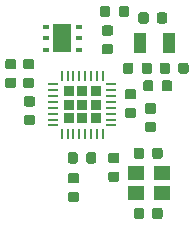
<source format=gbr>
G04 #@! TF.GenerationSoftware,KiCad,Pcbnew,6.0.0-rc1-unknown-181ce46~66~ubuntu18.04.1*
G04 #@! TF.CreationDate,2018-09-11T11:27:27+02:00*
G04 #@! TF.ProjectId,weather,776561746865722E6B696361645F7063,1.0*
G04 #@! TF.SameCoordinates,Original*
G04 #@! TF.FileFunction,Paste,Top*
G04 #@! TF.FilePolarity,Positive*
%FSLAX46Y46*%
G04 Gerber Fmt 4.6, Leading zero omitted, Abs format (unit mm)*
G04 Created by KiCad (PCBNEW 6.0.0-rc1-unknown-181ce46~66~ubuntu18.04.1) date Tue Sep 11 11:27:27 2018*
%MOMM*%
%LPD*%
G01*
G04 APERTURE LIST*
%ADD10C,0.100000*%
%ADD11C,0.875000*%
%ADD12R,1.000000X1.800000*%
%ADD13R,1.400000X1.200000*%
%ADD14R,1.500000X2.400000*%
%ADD15R,0.600000X0.400000*%
%ADD16R,0.250000X0.825000*%
%ADD17R,0.825000X0.250000*%
%ADD18R,0.920000X0.920000*%
G04 APERTURE END LIST*
D10*
G04 #@! TO.C,R3*
G36*
X111802691Y-66126053D02*
X111823926Y-66129203D01*
X111844750Y-66134419D01*
X111864962Y-66141651D01*
X111884368Y-66150830D01*
X111902781Y-66161866D01*
X111920024Y-66174654D01*
X111935930Y-66189070D01*
X111950346Y-66204976D01*
X111963134Y-66222219D01*
X111974170Y-66240632D01*
X111983349Y-66260038D01*
X111990581Y-66280250D01*
X111995797Y-66301074D01*
X111998947Y-66322309D01*
X112000000Y-66343750D01*
X112000000Y-66856250D01*
X111998947Y-66877691D01*
X111995797Y-66898926D01*
X111990581Y-66919750D01*
X111983349Y-66939962D01*
X111974170Y-66959368D01*
X111963134Y-66977781D01*
X111950346Y-66995024D01*
X111935930Y-67010930D01*
X111920024Y-67025346D01*
X111902781Y-67038134D01*
X111884368Y-67049170D01*
X111864962Y-67058349D01*
X111844750Y-67065581D01*
X111823926Y-67070797D01*
X111802691Y-67073947D01*
X111781250Y-67075000D01*
X111343750Y-67075000D01*
X111322309Y-67073947D01*
X111301074Y-67070797D01*
X111280250Y-67065581D01*
X111260038Y-67058349D01*
X111240632Y-67049170D01*
X111222219Y-67038134D01*
X111204976Y-67025346D01*
X111189070Y-67010930D01*
X111174654Y-66995024D01*
X111161866Y-66977781D01*
X111150830Y-66959368D01*
X111141651Y-66939962D01*
X111134419Y-66919750D01*
X111129203Y-66898926D01*
X111126053Y-66877691D01*
X111125000Y-66856250D01*
X111125000Y-66343750D01*
X111126053Y-66322309D01*
X111129203Y-66301074D01*
X111134419Y-66280250D01*
X111141651Y-66260038D01*
X111150830Y-66240632D01*
X111161866Y-66222219D01*
X111174654Y-66204976D01*
X111189070Y-66189070D01*
X111204976Y-66174654D01*
X111222219Y-66161866D01*
X111240632Y-66150830D01*
X111260038Y-66141651D01*
X111280250Y-66134419D01*
X111301074Y-66129203D01*
X111322309Y-66126053D01*
X111343750Y-66125000D01*
X111781250Y-66125000D01*
X111802691Y-66126053D01*
X111802691Y-66126053D01*
G37*
D11*
X111562500Y-66600000D03*
D10*
G36*
X113377691Y-66126053D02*
X113398926Y-66129203D01*
X113419750Y-66134419D01*
X113439962Y-66141651D01*
X113459368Y-66150830D01*
X113477781Y-66161866D01*
X113495024Y-66174654D01*
X113510930Y-66189070D01*
X113525346Y-66204976D01*
X113538134Y-66222219D01*
X113549170Y-66240632D01*
X113558349Y-66260038D01*
X113565581Y-66280250D01*
X113570797Y-66301074D01*
X113573947Y-66322309D01*
X113575000Y-66343750D01*
X113575000Y-66856250D01*
X113573947Y-66877691D01*
X113570797Y-66898926D01*
X113565581Y-66919750D01*
X113558349Y-66939962D01*
X113549170Y-66959368D01*
X113538134Y-66977781D01*
X113525346Y-66995024D01*
X113510930Y-67010930D01*
X113495024Y-67025346D01*
X113477781Y-67038134D01*
X113459368Y-67049170D01*
X113439962Y-67058349D01*
X113419750Y-67065581D01*
X113398926Y-67070797D01*
X113377691Y-67073947D01*
X113356250Y-67075000D01*
X112918750Y-67075000D01*
X112897309Y-67073947D01*
X112876074Y-67070797D01*
X112855250Y-67065581D01*
X112835038Y-67058349D01*
X112815632Y-67049170D01*
X112797219Y-67038134D01*
X112779976Y-67025346D01*
X112764070Y-67010930D01*
X112749654Y-66995024D01*
X112736866Y-66977781D01*
X112725830Y-66959368D01*
X112716651Y-66939962D01*
X112709419Y-66919750D01*
X112704203Y-66898926D01*
X112701053Y-66877691D01*
X112700000Y-66856250D01*
X112700000Y-66343750D01*
X112701053Y-66322309D01*
X112704203Y-66301074D01*
X112709419Y-66280250D01*
X112716651Y-66260038D01*
X112725830Y-66240632D01*
X112736866Y-66222219D01*
X112749654Y-66204976D01*
X112764070Y-66189070D01*
X112779976Y-66174654D01*
X112797219Y-66161866D01*
X112815632Y-66150830D01*
X112835038Y-66141651D01*
X112855250Y-66134419D01*
X112876074Y-66129203D01*
X112897309Y-66126053D01*
X112918750Y-66125000D01*
X113356250Y-66125000D01*
X113377691Y-66126053D01*
X113377691Y-66126053D01*
G37*
D11*
X113137500Y-66600000D03*
G04 #@! TD*
D10*
G04 #@! TO.C,D1*
G36*
X112027691Y-69351053D02*
X112048926Y-69354203D01*
X112069750Y-69359419D01*
X112089962Y-69366651D01*
X112109368Y-69375830D01*
X112127781Y-69386866D01*
X112145024Y-69399654D01*
X112160930Y-69414070D01*
X112175346Y-69429976D01*
X112188134Y-69447219D01*
X112199170Y-69465632D01*
X112208349Y-69485038D01*
X112215581Y-69505250D01*
X112220797Y-69526074D01*
X112223947Y-69547309D01*
X112225000Y-69568750D01*
X112225000Y-70006250D01*
X112223947Y-70027691D01*
X112220797Y-70048926D01*
X112215581Y-70069750D01*
X112208349Y-70089962D01*
X112199170Y-70109368D01*
X112188134Y-70127781D01*
X112175346Y-70145024D01*
X112160930Y-70160930D01*
X112145024Y-70175346D01*
X112127781Y-70188134D01*
X112109368Y-70199170D01*
X112089962Y-70208349D01*
X112069750Y-70215581D01*
X112048926Y-70220797D01*
X112027691Y-70223947D01*
X112006250Y-70225000D01*
X111493750Y-70225000D01*
X111472309Y-70223947D01*
X111451074Y-70220797D01*
X111430250Y-70215581D01*
X111410038Y-70208349D01*
X111390632Y-70199170D01*
X111372219Y-70188134D01*
X111354976Y-70175346D01*
X111339070Y-70160930D01*
X111324654Y-70145024D01*
X111311866Y-70127781D01*
X111300830Y-70109368D01*
X111291651Y-70089962D01*
X111284419Y-70069750D01*
X111279203Y-70048926D01*
X111276053Y-70027691D01*
X111275000Y-70006250D01*
X111275000Y-69568750D01*
X111276053Y-69547309D01*
X111279203Y-69526074D01*
X111284419Y-69505250D01*
X111291651Y-69485038D01*
X111300830Y-69465632D01*
X111311866Y-69447219D01*
X111324654Y-69429976D01*
X111339070Y-69414070D01*
X111354976Y-69399654D01*
X111372219Y-69386866D01*
X111390632Y-69375830D01*
X111410038Y-69366651D01*
X111430250Y-69359419D01*
X111451074Y-69354203D01*
X111472309Y-69351053D01*
X111493750Y-69350000D01*
X112006250Y-69350000D01*
X112027691Y-69351053D01*
X112027691Y-69351053D01*
G37*
D11*
X111750000Y-69787500D03*
D10*
G36*
X112027691Y-67776053D02*
X112048926Y-67779203D01*
X112069750Y-67784419D01*
X112089962Y-67791651D01*
X112109368Y-67800830D01*
X112127781Y-67811866D01*
X112145024Y-67824654D01*
X112160930Y-67839070D01*
X112175346Y-67854976D01*
X112188134Y-67872219D01*
X112199170Y-67890632D01*
X112208349Y-67910038D01*
X112215581Y-67930250D01*
X112220797Y-67951074D01*
X112223947Y-67972309D01*
X112225000Y-67993750D01*
X112225000Y-68431250D01*
X112223947Y-68452691D01*
X112220797Y-68473926D01*
X112215581Y-68494750D01*
X112208349Y-68514962D01*
X112199170Y-68534368D01*
X112188134Y-68552781D01*
X112175346Y-68570024D01*
X112160930Y-68585930D01*
X112145024Y-68600346D01*
X112127781Y-68613134D01*
X112109368Y-68624170D01*
X112089962Y-68633349D01*
X112069750Y-68640581D01*
X112048926Y-68645797D01*
X112027691Y-68648947D01*
X112006250Y-68650000D01*
X111493750Y-68650000D01*
X111472309Y-68648947D01*
X111451074Y-68645797D01*
X111430250Y-68640581D01*
X111410038Y-68633349D01*
X111390632Y-68624170D01*
X111372219Y-68613134D01*
X111354976Y-68600346D01*
X111339070Y-68585930D01*
X111324654Y-68570024D01*
X111311866Y-68552781D01*
X111300830Y-68534368D01*
X111291651Y-68514962D01*
X111284419Y-68494750D01*
X111279203Y-68473926D01*
X111276053Y-68452691D01*
X111275000Y-68431250D01*
X111275000Y-67993750D01*
X111276053Y-67972309D01*
X111279203Y-67951074D01*
X111284419Y-67930250D01*
X111291651Y-67910038D01*
X111300830Y-67890632D01*
X111311866Y-67872219D01*
X111324654Y-67854976D01*
X111339070Y-67839070D01*
X111354976Y-67824654D01*
X111372219Y-67811866D01*
X111390632Y-67800830D01*
X111410038Y-67791651D01*
X111430250Y-67784419D01*
X111451074Y-67779203D01*
X111472309Y-67776053D01*
X111493750Y-67775000D01*
X112006250Y-67775000D01*
X112027691Y-67776053D01*
X112027691Y-67776053D01*
G37*
D11*
X111750000Y-68212500D03*
G04 #@! TD*
D10*
G04 #@! TO.C,C10*
G36*
X117027691Y-72426053D02*
X117048926Y-72429203D01*
X117069750Y-72434419D01*
X117089962Y-72441651D01*
X117109368Y-72450830D01*
X117127781Y-72461866D01*
X117145024Y-72474654D01*
X117160930Y-72489070D01*
X117175346Y-72504976D01*
X117188134Y-72522219D01*
X117199170Y-72540632D01*
X117208349Y-72560038D01*
X117215581Y-72580250D01*
X117220797Y-72601074D01*
X117223947Y-72622309D01*
X117225000Y-72643750D01*
X117225000Y-73156250D01*
X117223947Y-73177691D01*
X117220797Y-73198926D01*
X117215581Y-73219750D01*
X117208349Y-73239962D01*
X117199170Y-73259368D01*
X117188134Y-73277781D01*
X117175346Y-73295024D01*
X117160930Y-73310930D01*
X117145024Y-73325346D01*
X117127781Y-73338134D01*
X117109368Y-73349170D01*
X117089962Y-73358349D01*
X117069750Y-73365581D01*
X117048926Y-73370797D01*
X117027691Y-73373947D01*
X117006250Y-73375000D01*
X116568750Y-73375000D01*
X116547309Y-73373947D01*
X116526074Y-73370797D01*
X116505250Y-73365581D01*
X116485038Y-73358349D01*
X116465632Y-73349170D01*
X116447219Y-73338134D01*
X116429976Y-73325346D01*
X116414070Y-73310930D01*
X116399654Y-73295024D01*
X116386866Y-73277781D01*
X116375830Y-73259368D01*
X116366651Y-73239962D01*
X116359419Y-73219750D01*
X116354203Y-73198926D01*
X116351053Y-73177691D01*
X116350000Y-73156250D01*
X116350000Y-72643750D01*
X116351053Y-72622309D01*
X116354203Y-72601074D01*
X116359419Y-72580250D01*
X116366651Y-72560038D01*
X116375830Y-72540632D01*
X116386866Y-72522219D01*
X116399654Y-72504976D01*
X116414070Y-72489070D01*
X116429976Y-72474654D01*
X116447219Y-72461866D01*
X116465632Y-72450830D01*
X116485038Y-72441651D01*
X116505250Y-72434419D01*
X116526074Y-72429203D01*
X116547309Y-72426053D01*
X116568750Y-72425000D01*
X117006250Y-72425000D01*
X117027691Y-72426053D01*
X117027691Y-72426053D01*
G37*
D11*
X116787500Y-72900000D03*
D10*
G36*
X115452691Y-72426053D02*
X115473926Y-72429203D01*
X115494750Y-72434419D01*
X115514962Y-72441651D01*
X115534368Y-72450830D01*
X115552781Y-72461866D01*
X115570024Y-72474654D01*
X115585930Y-72489070D01*
X115600346Y-72504976D01*
X115613134Y-72522219D01*
X115624170Y-72540632D01*
X115633349Y-72560038D01*
X115640581Y-72580250D01*
X115645797Y-72601074D01*
X115648947Y-72622309D01*
X115650000Y-72643750D01*
X115650000Y-73156250D01*
X115648947Y-73177691D01*
X115645797Y-73198926D01*
X115640581Y-73219750D01*
X115633349Y-73239962D01*
X115624170Y-73259368D01*
X115613134Y-73277781D01*
X115600346Y-73295024D01*
X115585930Y-73310930D01*
X115570024Y-73325346D01*
X115552781Y-73338134D01*
X115534368Y-73349170D01*
X115514962Y-73358349D01*
X115494750Y-73365581D01*
X115473926Y-73370797D01*
X115452691Y-73373947D01*
X115431250Y-73375000D01*
X114993750Y-73375000D01*
X114972309Y-73373947D01*
X114951074Y-73370797D01*
X114930250Y-73365581D01*
X114910038Y-73358349D01*
X114890632Y-73349170D01*
X114872219Y-73338134D01*
X114854976Y-73325346D01*
X114839070Y-73310930D01*
X114824654Y-73295024D01*
X114811866Y-73277781D01*
X114800830Y-73259368D01*
X114791651Y-73239962D01*
X114784419Y-73219750D01*
X114779203Y-73198926D01*
X114776053Y-73177691D01*
X114775000Y-73156250D01*
X114775000Y-72643750D01*
X114776053Y-72622309D01*
X114779203Y-72601074D01*
X114784419Y-72580250D01*
X114791651Y-72560038D01*
X114800830Y-72540632D01*
X114811866Y-72522219D01*
X114824654Y-72504976D01*
X114839070Y-72489070D01*
X114854976Y-72474654D01*
X114872219Y-72461866D01*
X114890632Y-72450830D01*
X114910038Y-72441651D01*
X114930250Y-72434419D01*
X114951074Y-72429203D01*
X114972309Y-72426053D01*
X114993750Y-72425000D01*
X115431250Y-72425000D01*
X115452691Y-72426053D01*
X115452691Y-72426053D01*
G37*
D11*
X115212500Y-72900000D03*
G04 #@! TD*
D10*
G04 #@! TO.C,C11*
G36*
X105427691Y-73776053D02*
X105448926Y-73779203D01*
X105469750Y-73784419D01*
X105489962Y-73791651D01*
X105509368Y-73800830D01*
X105527781Y-73811866D01*
X105545024Y-73824654D01*
X105560930Y-73839070D01*
X105575346Y-73854976D01*
X105588134Y-73872219D01*
X105599170Y-73890632D01*
X105608349Y-73910038D01*
X105615581Y-73930250D01*
X105620797Y-73951074D01*
X105623947Y-73972309D01*
X105625000Y-73993750D01*
X105625000Y-74431250D01*
X105623947Y-74452691D01*
X105620797Y-74473926D01*
X105615581Y-74494750D01*
X105608349Y-74514962D01*
X105599170Y-74534368D01*
X105588134Y-74552781D01*
X105575346Y-74570024D01*
X105560930Y-74585930D01*
X105545024Y-74600346D01*
X105527781Y-74613134D01*
X105509368Y-74624170D01*
X105489962Y-74633349D01*
X105469750Y-74640581D01*
X105448926Y-74645797D01*
X105427691Y-74648947D01*
X105406250Y-74650000D01*
X104893750Y-74650000D01*
X104872309Y-74648947D01*
X104851074Y-74645797D01*
X104830250Y-74640581D01*
X104810038Y-74633349D01*
X104790632Y-74624170D01*
X104772219Y-74613134D01*
X104754976Y-74600346D01*
X104739070Y-74585930D01*
X104724654Y-74570024D01*
X104711866Y-74552781D01*
X104700830Y-74534368D01*
X104691651Y-74514962D01*
X104684419Y-74494750D01*
X104679203Y-74473926D01*
X104676053Y-74452691D01*
X104675000Y-74431250D01*
X104675000Y-73993750D01*
X104676053Y-73972309D01*
X104679203Y-73951074D01*
X104684419Y-73930250D01*
X104691651Y-73910038D01*
X104700830Y-73890632D01*
X104711866Y-73872219D01*
X104724654Y-73854976D01*
X104739070Y-73839070D01*
X104754976Y-73824654D01*
X104772219Y-73811866D01*
X104790632Y-73800830D01*
X104810038Y-73791651D01*
X104830250Y-73784419D01*
X104851074Y-73779203D01*
X104872309Y-73776053D01*
X104893750Y-73775000D01*
X105406250Y-73775000D01*
X105427691Y-73776053D01*
X105427691Y-73776053D01*
G37*
D11*
X105150000Y-74212500D03*
D10*
G36*
X105427691Y-75351053D02*
X105448926Y-75354203D01*
X105469750Y-75359419D01*
X105489962Y-75366651D01*
X105509368Y-75375830D01*
X105527781Y-75386866D01*
X105545024Y-75399654D01*
X105560930Y-75414070D01*
X105575346Y-75429976D01*
X105588134Y-75447219D01*
X105599170Y-75465632D01*
X105608349Y-75485038D01*
X105615581Y-75505250D01*
X105620797Y-75526074D01*
X105623947Y-75547309D01*
X105625000Y-75568750D01*
X105625000Y-76006250D01*
X105623947Y-76027691D01*
X105620797Y-76048926D01*
X105615581Y-76069750D01*
X105608349Y-76089962D01*
X105599170Y-76109368D01*
X105588134Y-76127781D01*
X105575346Y-76145024D01*
X105560930Y-76160930D01*
X105545024Y-76175346D01*
X105527781Y-76188134D01*
X105509368Y-76199170D01*
X105489962Y-76208349D01*
X105469750Y-76215581D01*
X105448926Y-76220797D01*
X105427691Y-76223947D01*
X105406250Y-76225000D01*
X104893750Y-76225000D01*
X104872309Y-76223947D01*
X104851074Y-76220797D01*
X104830250Y-76215581D01*
X104810038Y-76208349D01*
X104790632Y-76199170D01*
X104772219Y-76188134D01*
X104754976Y-76175346D01*
X104739070Y-76160930D01*
X104724654Y-76145024D01*
X104711866Y-76127781D01*
X104700830Y-76109368D01*
X104691651Y-76089962D01*
X104684419Y-76069750D01*
X104679203Y-76048926D01*
X104676053Y-76027691D01*
X104675000Y-76006250D01*
X104675000Y-75568750D01*
X104676053Y-75547309D01*
X104679203Y-75526074D01*
X104684419Y-75505250D01*
X104691651Y-75485038D01*
X104700830Y-75465632D01*
X104711866Y-75447219D01*
X104724654Y-75429976D01*
X104739070Y-75414070D01*
X104754976Y-75399654D01*
X104772219Y-75386866D01*
X104790632Y-75375830D01*
X104810038Y-75366651D01*
X104830250Y-75359419D01*
X104851074Y-75354203D01*
X104872309Y-75351053D01*
X104893750Y-75350000D01*
X105406250Y-75350000D01*
X105427691Y-75351053D01*
X105427691Y-75351053D01*
G37*
D11*
X105150000Y-75787500D03*
G04 #@! TD*
D12*
G04 #@! TO.C,Y2*
X114500000Y-69300000D03*
X117000000Y-69300000D03*
G04 #@! TD*
D13*
G04 #@! TO.C,Y1*
X114200000Y-81950000D03*
X116400000Y-81950000D03*
X116400000Y-80250000D03*
X114200000Y-80250000D03*
G04 #@! TD*
D10*
G04 #@! TO.C,C8*
G36*
X116852691Y-70926053D02*
X116873926Y-70929203D01*
X116894750Y-70934419D01*
X116914962Y-70941651D01*
X116934368Y-70950830D01*
X116952781Y-70961866D01*
X116970024Y-70974654D01*
X116985930Y-70989070D01*
X117000346Y-71004976D01*
X117013134Y-71022219D01*
X117024170Y-71040632D01*
X117033349Y-71060038D01*
X117040581Y-71080250D01*
X117045797Y-71101074D01*
X117048947Y-71122309D01*
X117050000Y-71143750D01*
X117050000Y-71656250D01*
X117048947Y-71677691D01*
X117045797Y-71698926D01*
X117040581Y-71719750D01*
X117033349Y-71739962D01*
X117024170Y-71759368D01*
X117013134Y-71777781D01*
X117000346Y-71795024D01*
X116985930Y-71810930D01*
X116970024Y-71825346D01*
X116952781Y-71838134D01*
X116934368Y-71849170D01*
X116914962Y-71858349D01*
X116894750Y-71865581D01*
X116873926Y-71870797D01*
X116852691Y-71873947D01*
X116831250Y-71875000D01*
X116393750Y-71875000D01*
X116372309Y-71873947D01*
X116351074Y-71870797D01*
X116330250Y-71865581D01*
X116310038Y-71858349D01*
X116290632Y-71849170D01*
X116272219Y-71838134D01*
X116254976Y-71825346D01*
X116239070Y-71810930D01*
X116224654Y-71795024D01*
X116211866Y-71777781D01*
X116200830Y-71759368D01*
X116191651Y-71739962D01*
X116184419Y-71719750D01*
X116179203Y-71698926D01*
X116176053Y-71677691D01*
X116175000Y-71656250D01*
X116175000Y-71143750D01*
X116176053Y-71122309D01*
X116179203Y-71101074D01*
X116184419Y-71080250D01*
X116191651Y-71060038D01*
X116200830Y-71040632D01*
X116211866Y-71022219D01*
X116224654Y-71004976D01*
X116239070Y-70989070D01*
X116254976Y-70974654D01*
X116272219Y-70961866D01*
X116290632Y-70950830D01*
X116310038Y-70941651D01*
X116330250Y-70934419D01*
X116351074Y-70929203D01*
X116372309Y-70926053D01*
X116393750Y-70925000D01*
X116831250Y-70925000D01*
X116852691Y-70926053D01*
X116852691Y-70926053D01*
G37*
D11*
X116612500Y-71400000D03*
D10*
G36*
X118427691Y-70926053D02*
X118448926Y-70929203D01*
X118469750Y-70934419D01*
X118489962Y-70941651D01*
X118509368Y-70950830D01*
X118527781Y-70961866D01*
X118545024Y-70974654D01*
X118560930Y-70989070D01*
X118575346Y-71004976D01*
X118588134Y-71022219D01*
X118599170Y-71040632D01*
X118608349Y-71060038D01*
X118615581Y-71080250D01*
X118620797Y-71101074D01*
X118623947Y-71122309D01*
X118625000Y-71143750D01*
X118625000Y-71656250D01*
X118623947Y-71677691D01*
X118620797Y-71698926D01*
X118615581Y-71719750D01*
X118608349Y-71739962D01*
X118599170Y-71759368D01*
X118588134Y-71777781D01*
X118575346Y-71795024D01*
X118560930Y-71810930D01*
X118545024Y-71825346D01*
X118527781Y-71838134D01*
X118509368Y-71849170D01*
X118489962Y-71858349D01*
X118469750Y-71865581D01*
X118448926Y-71870797D01*
X118427691Y-71873947D01*
X118406250Y-71875000D01*
X117968750Y-71875000D01*
X117947309Y-71873947D01*
X117926074Y-71870797D01*
X117905250Y-71865581D01*
X117885038Y-71858349D01*
X117865632Y-71849170D01*
X117847219Y-71838134D01*
X117829976Y-71825346D01*
X117814070Y-71810930D01*
X117799654Y-71795024D01*
X117786866Y-71777781D01*
X117775830Y-71759368D01*
X117766651Y-71739962D01*
X117759419Y-71719750D01*
X117754203Y-71698926D01*
X117751053Y-71677691D01*
X117750000Y-71656250D01*
X117750000Y-71143750D01*
X117751053Y-71122309D01*
X117754203Y-71101074D01*
X117759419Y-71080250D01*
X117766651Y-71060038D01*
X117775830Y-71040632D01*
X117786866Y-71022219D01*
X117799654Y-71004976D01*
X117814070Y-70989070D01*
X117829976Y-70974654D01*
X117847219Y-70961866D01*
X117865632Y-70950830D01*
X117885038Y-70941651D01*
X117905250Y-70934419D01*
X117926074Y-70929203D01*
X117947309Y-70926053D01*
X117968750Y-70925000D01*
X118406250Y-70925000D01*
X118427691Y-70926053D01*
X118427691Y-70926053D01*
G37*
D11*
X118187500Y-71400000D03*
G04 #@! TD*
D10*
G04 #@! TO.C,C9*
G36*
X116627691Y-66676053D02*
X116648926Y-66679203D01*
X116669750Y-66684419D01*
X116689962Y-66691651D01*
X116709368Y-66700830D01*
X116727781Y-66711866D01*
X116745024Y-66724654D01*
X116760930Y-66739070D01*
X116775346Y-66754976D01*
X116788134Y-66772219D01*
X116799170Y-66790632D01*
X116808349Y-66810038D01*
X116815581Y-66830250D01*
X116820797Y-66851074D01*
X116823947Y-66872309D01*
X116825000Y-66893750D01*
X116825000Y-67406250D01*
X116823947Y-67427691D01*
X116820797Y-67448926D01*
X116815581Y-67469750D01*
X116808349Y-67489962D01*
X116799170Y-67509368D01*
X116788134Y-67527781D01*
X116775346Y-67545024D01*
X116760930Y-67560930D01*
X116745024Y-67575346D01*
X116727781Y-67588134D01*
X116709368Y-67599170D01*
X116689962Y-67608349D01*
X116669750Y-67615581D01*
X116648926Y-67620797D01*
X116627691Y-67623947D01*
X116606250Y-67625000D01*
X116168750Y-67625000D01*
X116147309Y-67623947D01*
X116126074Y-67620797D01*
X116105250Y-67615581D01*
X116085038Y-67608349D01*
X116065632Y-67599170D01*
X116047219Y-67588134D01*
X116029976Y-67575346D01*
X116014070Y-67560930D01*
X115999654Y-67545024D01*
X115986866Y-67527781D01*
X115975830Y-67509368D01*
X115966651Y-67489962D01*
X115959419Y-67469750D01*
X115954203Y-67448926D01*
X115951053Y-67427691D01*
X115950000Y-67406250D01*
X115950000Y-66893750D01*
X115951053Y-66872309D01*
X115954203Y-66851074D01*
X115959419Y-66830250D01*
X115966651Y-66810038D01*
X115975830Y-66790632D01*
X115986866Y-66772219D01*
X115999654Y-66754976D01*
X116014070Y-66739070D01*
X116029976Y-66724654D01*
X116047219Y-66711866D01*
X116065632Y-66700830D01*
X116085038Y-66691651D01*
X116105250Y-66684419D01*
X116126074Y-66679203D01*
X116147309Y-66676053D01*
X116168750Y-66675000D01*
X116606250Y-66675000D01*
X116627691Y-66676053D01*
X116627691Y-66676053D01*
G37*
D11*
X116387500Y-67150000D03*
D10*
G36*
X115052691Y-66676053D02*
X115073926Y-66679203D01*
X115094750Y-66684419D01*
X115114962Y-66691651D01*
X115134368Y-66700830D01*
X115152781Y-66711866D01*
X115170024Y-66724654D01*
X115185930Y-66739070D01*
X115200346Y-66754976D01*
X115213134Y-66772219D01*
X115224170Y-66790632D01*
X115233349Y-66810038D01*
X115240581Y-66830250D01*
X115245797Y-66851074D01*
X115248947Y-66872309D01*
X115250000Y-66893750D01*
X115250000Y-67406250D01*
X115248947Y-67427691D01*
X115245797Y-67448926D01*
X115240581Y-67469750D01*
X115233349Y-67489962D01*
X115224170Y-67509368D01*
X115213134Y-67527781D01*
X115200346Y-67545024D01*
X115185930Y-67560930D01*
X115170024Y-67575346D01*
X115152781Y-67588134D01*
X115134368Y-67599170D01*
X115114962Y-67608349D01*
X115094750Y-67615581D01*
X115073926Y-67620797D01*
X115052691Y-67623947D01*
X115031250Y-67625000D01*
X114593750Y-67625000D01*
X114572309Y-67623947D01*
X114551074Y-67620797D01*
X114530250Y-67615581D01*
X114510038Y-67608349D01*
X114490632Y-67599170D01*
X114472219Y-67588134D01*
X114454976Y-67575346D01*
X114439070Y-67560930D01*
X114424654Y-67545024D01*
X114411866Y-67527781D01*
X114400830Y-67509368D01*
X114391651Y-67489962D01*
X114384419Y-67469750D01*
X114379203Y-67448926D01*
X114376053Y-67427691D01*
X114375000Y-67406250D01*
X114375000Y-66893750D01*
X114376053Y-66872309D01*
X114379203Y-66851074D01*
X114384419Y-66830250D01*
X114391651Y-66810038D01*
X114400830Y-66790632D01*
X114411866Y-66772219D01*
X114424654Y-66754976D01*
X114439070Y-66739070D01*
X114454976Y-66724654D01*
X114472219Y-66711866D01*
X114490632Y-66700830D01*
X114510038Y-66691651D01*
X114530250Y-66684419D01*
X114551074Y-66679203D01*
X114572309Y-66676053D01*
X114593750Y-66675000D01*
X115031250Y-66675000D01*
X115052691Y-66676053D01*
X115052691Y-66676053D01*
G37*
D11*
X114812500Y-67150000D03*
G04 #@! TD*
D14*
G04 #@! TO.C,U2*
X107950000Y-68875000D03*
D15*
X109350000Y-69825000D03*
X109350000Y-68875000D03*
X109350000Y-67925000D03*
X106550000Y-67925000D03*
X106550000Y-68875000D03*
X106550000Y-69825000D03*
G04 #@! TD*
D10*
G04 #@! TO.C,R1*
G36*
X103852691Y-70626053D02*
X103873926Y-70629203D01*
X103894750Y-70634419D01*
X103914962Y-70641651D01*
X103934368Y-70650830D01*
X103952781Y-70661866D01*
X103970024Y-70674654D01*
X103985930Y-70689070D01*
X104000346Y-70704976D01*
X104013134Y-70722219D01*
X104024170Y-70740632D01*
X104033349Y-70760038D01*
X104040581Y-70780250D01*
X104045797Y-70801074D01*
X104048947Y-70822309D01*
X104050000Y-70843750D01*
X104050000Y-71281250D01*
X104048947Y-71302691D01*
X104045797Y-71323926D01*
X104040581Y-71344750D01*
X104033349Y-71364962D01*
X104024170Y-71384368D01*
X104013134Y-71402781D01*
X104000346Y-71420024D01*
X103985930Y-71435930D01*
X103970024Y-71450346D01*
X103952781Y-71463134D01*
X103934368Y-71474170D01*
X103914962Y-71483349D01*
X103894750Y-71490581D01*
X103873926Y-71495797D01*
X103852691Y-71498947D01*
X103831250Y-71500000D01*
X103318750Y-71500000D01*
X103297309Y-71498947D01*
X103276074Y-71495797D01*
X103255250Y-71490581D01*
X103235038Y-71483349D01*
X103215632Y-71474170D01*
X103197219Y-71463134D01*
X103179976Y-71450346D01*
X103164070Y-71435930D01*
X103149654Y-71420024D01*
X103136866Y-71402781D01*
X103125830Y-71384368D01*
X103116651Y-71364962D01*
X103109419Y-71344750D01*
X103104203Y-71323926D01*
X103101053Y-71302691D01*
X103100000Y-71281250D01*
X103100000Y-70843750D01*
X103101053Y-70822309D01*
X103104203Y-70801074D01*
X103109419Y-70780250D01*
X103116651Y-70760038D01*
X103125830Y-70740632D01*
X103136866Y-70722219D01*
X103149654Y-70704976D01*
X103164070Y-70689070D01*
X103179976Y-70674654D01*
X103197219Y-70661866D01*
X103215632Y-70650830D01*
X103235038Y-70641651D01*
X103255250Y-70634419D01*
X103276074Y-70629203D01*
X103297309Y-70626053D01*
X103318750Y-70625000D01*
X103831250Y-70625000D01*
X103852691Y-70626053D01*
X103852691Y-70626053D01*
G37*
D11*
X103575000Y-71062500D03*
D10*
G36*
X103852691Y-72201053D02*
X103873926Y-72204203D01*
X103894750Y-72209419D01*
X103914962Y-72216651D01*
X103934368Y-72225830D01*
X103952781Y-72236866D01*
X103970024Y-72249654D01*
X103985930Y-72264070D01*
X104000346Y-72279976D01*
X104013134Y-72297219D01*
X104024170Y-72315632D01*
X104033349Y-72335038D01*
X104040581Y-72355250D01*
X104045797Y-72376074D01*
X104048947Y-72397309D01*
X104050000Y-72418750D01*
X104050000Y-72856250D01*
X104048947Y-72877691D01*
X104045797Y-72898926D01*
X104040581Y-72919750D01*
X104033349Y-72939962D01*
X104024170Y-72959368D01*
X104013134Y-72977781D01*
X104000346Y-72995024D01*
X103985930Y-73010930D01*
X103970024Y-73025346D01*
X103952781Y-73038134D01*
X103934368Y-73049170D01*
X103914962Y-73058349D01*
X103894750Y-73065581D01*
X103873926Y-73070797D01*
X103852691Y-73073947D01*
X103831250Y-73075000D01*
X103318750Y-73075000D01*
X103297309Y-73073947D01*
X103276074Y-73070797D01*
X103255250Y-73065581D01*
X103235038Y-73058349D01*
X103215632Y-73049170D01*
X103197219Y-73038134D01*
X103179976Y-73025346D01*
X103164070Y-73010930D01*
X103149654Y-72995024D01*
X103136866Y-72977781D01*
X103125830Y-72959368D01*
X103116651Y-72939962D01*
X103109419Y-72919750D01*
X103104203Y-72898926D01*
X103101053Y-72877691D01*
X103100000Y-72856250D01*
X103100000Y-72418750D01*
X103101053Y-72397309D01*
X103104203Y-72376074D01*
X103109419Y-72355250D01*
X103116651Y-72335038D01*
X103125830Y-72315632D01*
X103136866Y-72297219D01*
X103149654Y-72279976D01*
X103164070Y-72264070D01*
X103179976Y-72249654D01*
X103197219Y-72236866D01*
X103215632Y-72225830D01*
X103235038Y-72216651D01*
X103255250Y-72209419D01*
X103276074Y-72204203D01*
X103297309Y-72201053D01*
X103318750Y-72200000D01*
X103831250Y-72200000D01*
X103852691Y-72201053D01*
X103852691Y-72201053D01*
G37*
D11*
X103575000Y-72637500D03*
G04 #@! TD*
D10*
G04 #@! TO.C,R2*
G36*
X105352691Y-72201053D02*
X105373926Y-72204203D01*
X105394750Y-72209419D01*
X105414962Y-72216651D01*
X105434368Y-72225830D01*
X105452781Y-72236866D01*
X105470024Y-72249654D01*
X105485930Y-72264070D01*
X105500346Y-72279976D01*
X105513134Y-72297219D01*
X105524170Y-72315632D01*
X105533349Y-72335038D01*
X105540581Y-72355250D01*
X105545797Y-72376074D01*
X105548947Y-72397309D01*
X105550000Y-72418750D01*
X105550000Y-72856250D01*
X105548947Y-72877691D01*
X105545797Y-72898926D01*
X105540581Y-72919750D01*
X105533349Y-72939962D01*
X105524170Y-72959368D01*
X105513134Y-72977781D01*
X105500346Y-72995024D01*
X105485930Y-73010930D01*
X105470024Y-73025346D01*
X105452781Y-73038134D01*
X105434368Y-73049170D01*
X105414962Y-73058349D01*
X105394750Y-73065581D01*
X105373926Y-73070797D01*
X105352691Y-73073947D01*
X105331250Y-73075000D01*
X104818750Y-73075000D01*
X104797309Y-73073947D01*
X104776074Y-73070797D01*
X104755250Y-73065581D01*
X104735038Y-73058349D01*
X104715632Y-73049170D01*
X104697219Y-73038134D01*
X104679976Y-73025346D01*
X104664070Y-73010930D01*
X104649654Y-72995024D01*
X104636866Y-72977781D01*
X104625830Y-72959368D01*
X104616651Y-72939962D01*
X104609419Y-72919750D01*
X104604203Y-72898926D01*
X104601053Y-72877691D01*
X104600000Y-72856250D01*
X104600000Y-72418750D01*
X104601053Y-72397309D01*
X104604203Y-72376074D01*
X104609419Y-72355250D01*
X104616651Y-72335038D01*
X104625830Y-72315632D01*
X104636866Y-72297219D01*
X104649654Y-72279976D01*
X104664070Y-72264070D01*
X104679976Y-72249654D01*
X104697219Y-72236866D01*
X104715632Y-72225830D01*
X104735038Y-72216651D01*
X104755250Y-72209419D01*
X104776074Y-72204203D01*
X104797309Y-72201053D01*
X104818750Y-72200000D01*
X105331250Y-72200000D01*
X105352691Y-72201053D01*
X105352691Y-72201053D01*
G37*
D11*
X105075000Y-72637500D03*
D10*
G36*
X105352691Y-70626053D02*
X105373926Y-70629203D01*
X105394750Y-70634419D01*
X105414962Y-70641651D01*
X105434368Y-70650830D01*
X105452781Y-70661866D01*
X105470024Y-70674654D01*
X105485930Y-70689070D01*
X105500346Y-70704976D01*
X105513134Y-70722219D01*
X105524170Y-70740632D01*
X105533349Y-70760038D01*
X105540581Y-70780250D01*
X105545797Y-70801074D01*
X105548947Y-70822309D01*
X105550000Y-70843750D01*
X105550000Y-71281250D01*
X105548947Y-71302691D01*
X105545797Y-71323926D01*
X105540581Y-71344750D01*
X105533349Y-71364962D01*
X105524170Y-71384368D01*
X105513134Y-71402781D01*
X105500346Y-71420024D01*
X105485930Y-71435930D01*
X105470024Y-71450346D01*
X105452781Y-71463134D01*
X105434368Y-71474170D01*
X105414962Y-71483349D01*
X105394750Y-71490581D01*
X105373926Y-71495797D01*
X105352691Y-71498947D01*
X105331250Y-71500000D01*
X104818750Y-71500000D01*
X104797309Y-71498947D01*
X104776074Y-71495797D01*
X104755250Y-71490581D01*
X104735038Y-71483349D01*
X104715632Y-71474170D01*
X104697219Y-71463134D01*
X104679976Y-71450346D01*
X104664070Y-71435930D01*
X104649654Y-71420024D01*
X104636866Y-71402781D01*
X104625830Y-71384368D01*
X104616651Y-71364962D01*
X104609419Y-71344750D01*
X104604203Y-71323926D01*
X104601053Y-71302691D01*
X104600000Y-71281250D01*
X104600000Y-70843750D01*
X104601053Y-70822309D01*
X104604203Y-70801074D01*
X104609419Y-70780250D01*
X104616651Y-70760038D01*
X104625830Y-70740632D01*
X104636866Y-70722219D01*
X104649654Y-70704976D01*
X104664070Y-70689070D01*
X104679976Y-70674654D01*
X104697219Y-70661866D01*
X104715632Y-70650830D01*
X104735038Y-70641651D01*
X104755250Y-70634419D01*
X104776074Y-70629203D01*
X104797309Y-70626053D01*
X104818750Y-70625000D01*
X105331250Y-70625000D01*
X105352691Y-70626053D01*
X105352691Y-70626053D01*
G37*
D11*
X105075000Y-71062500D03*
G04 #@! TD*
D10*
G04 #@! TO.C,C1*
G36*
X116227691Y-83226053D02*
X116248926Y-83229203D01*
X116269750Y-83234419D01*
X116289962Y-83241651D01*
X116309368Y-83250830D01*
X116327781Y-83261866D01*
X116345024Y-83274654D01*
X116360930Y-83289070D01*
X116375346Y-83304976D01*
X116388134Y-83322219D01*
X116399170Y-83340632D01*
X116408349Y-83360038D01*
X116415581Y-83380250D01*
X116420797Y-83401074D01*
X116423947Y-83422309D01*
X116425000Y-83443750D01*
X116425000Y-83956250D01*
X116423947Y-83977691D01*
X116420797Y-83998926D01*
X116415581Y-84019750D01*
X116408349Y-84039962D01*
X116399170Y-84059368D01*
X116388134Y-84077781D01*
X116375346Y-84095024D01*
X116360930Y-84110930D01*
X116345024Y-84125346D01*
X116327781Y-84138134D01*
X116309368Y-84149170D01*
X116289962Y-84158349D01*
X116269750Y-84165581D01*
X116248926Y-84170797D01*
X116227691Y-84173947D01*
X116206250Y-84175000D01*
X115768750Y-84175000D01*
X115747309Y-84173947D01*
X115726074Y-84170797D01*
X115705250Y-84165581D01*
X115685038Y-84158349D01*
X115665632Y-84149170D01*
X115647219Y-84138134D01*
X115629976Y-84125346D01*
X115614070Y-84110930D01*
X115599654Y-84095024D01*
X115586866Y-84077781D01*
X115575830Y-84059368D01*
X115566651Y-84039962D01*
X115559419Y-84019750D01*
X115554203Y-83998926D01*
X115551053Y-83977691D01*
X115550000Y-83956250D01*
X115550000Y-83443750D01*
X115551053Y-83422309D01*
X115554203Y-83401074D01*
X115559419Y-83380250D01*
X115566651Y-83360038D01*
X115575830Y-83340632D01*
X115586866Y-83322219D01*
X115599654Y-83304976D01*
X115614070Y-83289070D01*
X115629976Y-83274654D01*
X115647219Y-83261866D01*
X115665632Y-83250830D01*
X115685038Y-83241651D01*
X115705250Y-83234419D01*
X115726074Y-83229203D01*
X115747309Y-83226053D01*
X115768750Y-83225000D01*
X116206250Y-83225000D01*
X116227691Y-83226053D01*
X116227691Y-83226053D01*
G37*
D11*
X115987500Y-83700000D03*
D10*
G36*
X114652691Y-83226053D02*
X114673926Y-83229203D01*
X114694750Y-83234419D01*
X114714962Y-83241651D01*
X114734368Y-83250830D01*
X114752781Y-83261866D01*
X114770024Y-83274654D01*
X114785930Y-83289070D01*
X114800346Y-83304976D01*
X114813134Y-83322219D01*
X114824170Y-83340632D01*
X114833349Y-83360038D01*
X114840581Y-83380250D01*
X114845797Y-83401074D01*
X114848947Y-83422309D01*
X114850000Y-83443750D01*
X114850000Y-83956250D01*
X114848947Y-83977691D01*
X114845797Y-83998926D01*
X114840581Y-84019750D01*
X114833349Y-84039962D01*
X114824170Y-84059368D01*
X114813134Y-84077781D01*
X114800346Y-84095024D01*
X114785930Y-84110930D01*
X114770024Y-84125346D01*
X114752781Y-84138134D01*
X114734368Y-84149170D01*
X114714962Y-84158349D01*
X114694750Y-84165581D01*
X114673926Y-84170797D01*
X114652691Y-84173947D01*
X114631250Y-84175000D01*
X114193750Y-84175000D01*
X114172309Y-84173947D01*
X114151074Y-84170797D01*
X114130250Y-84165581D01*
X114110038Y-84158349D01*
X114090632Y-84149170D01*
X114072219Y-84138134D01*
X114054976Y-84125346D01*
X114039070Y-84110930D01*
X114024654Y-84095024D01*
X114011866Y-84077781D01*
X114000830Y-84059368D01*
X113991651Y-84039962D01*
X113984419Y-84019750D01*
X113979203Y-83998926D01*
X113976053Y-83977691D01*
X113975000Y-83956250D01*
X113975000Y-83443750D01*
X113976053Y-83422309D01*
X113979203Y-83401074D01*
X113984419Y-83380250D01*
X113991651Y-83360038D01*
X114000830Y-83340632D01*
X114011866Y-83322219D01*
X114024654Y-83304976D01*
X114039070Y-83289070D01*
X114054976Y-83274654D01*
X114072219Y-83261866D01*
X114090632Y-83250830D01*
X114110038Y-83241651D01*
X114130250Y-83234419D01*
X114151074Y-83229203D01*
X114172309Y-83226053D01*
X114193750Y-83225000D01*
X114631250Y-83225000D01*
X114652691Y-83226053D01*
X114652691Y-83226053D01*
G37*
D11*
X114412500Y-83700000D03*
G04 #@! TD*
D10*
G04 #@! TO.C,C2*
G36*
X116227691Y-78126053D02*
X116248926Y-78129203D01*
X116269750Y-78134419D01*
X116289962Y-78141651D01*
X116309368Y-78150830D01*
X116327781Y-78161866D01*
X116345024Y-78174654D01*
X116360930Y-78189070D01*
X116375346Y-78204976D01*
X116388134Y-78222219D01*
X116399170Y-78240632D01*
X116408349Y-78260038D01*
X116415581Y-78280250D01*
X116420797Y-78301074D01*
X116423947Y-78322309D01*
X116425000Y-78343750D01*
X116425000Y-78856250D01*
X116423947Y-78877691D01*
X116420797Y-78898926D01*
X116415581Y-78919750D01*
X116408349Y-78939962D01*
X116399170Y-78959368D01*
X116388134Y-78977781D01*
X116375346Y-78995024D01*
X116360930Y-79010930D01*
X116345024Y-79025346D01*
X116327781Y-79038134D01*
X116309368Y-79049170D01*
X116289962Y-79058349D01*
X116269750Y-79065581D01*
X116248926Y-79070797D01*
X116227691Y-79073947D01*
X116206250Y-79075000D01*
X115768750Y-79075000D01*
X115747309Y-79073947D01*
X115726074Y-79070797D01*
X115705250Y-79065581D01*
X115685038Y-79058349D01*
X115665632Y-79049170D01*
X115647219Y-79038134D01*
X115629976Y-79025346D01*
X115614070Y-79010930D01*
X115599654Y-78995024D01*
X115586866Y-78977781D01*
X115575830Y-78959368D01*
X115566651Y-78939962D01*
X115559419Y-78919750D01*
X115554203Y-78898926D01*
X115551053Y-78877691D01*
X115550000Y-78856250D01*
X115550000Y-78343750D01*
X115551053Y-78322309D01*
X115554203Y-78301074D01*
X115559419Y-78280250D01*
X115566651Y-78260038D01*
X115575830Y-78240632D01*
X115586866Y-78222219D01*
X115599654Y-78204976D01*
X115614070Y-78189070D01*
X115629976Y-78174654D01*
X115647219Y-78161866D01*
X115665632Y-78150830D01*
X115685038Y-78141651D01*
X115705250Y-78134419D01*
X115726074Y-78129203D01*
X115747309Y-78126053D01*
X115768750Y-78125000D01*
X116206250Y-78125000D01*
X116227691Y-78126053D01*
X116227691Y-78126053D01*
G37*
D11*
X115987500Y-78600000D03*
D10*
G36*
X114652691Y-78126053D02*
X114673926Y-78129203D01*
X114694750Y-78134419D01*
X114714962Y-78141651D01*
X114734368Y-78150830D01*
X114752781Y-78161866D01*
X114770024Y-78174654D01*
X114785930Y-78189070D01*
X114800346Y-78204976D01*
X114813134Y-78222219D01*
X114824170Y-78240632D01*
X114833349Y-78260038D01*
X114840581Y-78280250D01*
X114845797Y-78301074D01*
X114848947Y-78322309D01*
X114850000Y-78343750D01*
X114850000Y-78856250D01*
X114848947Y-78877691D01*
X114845797Y-78898926D01*
X114840581Y-78919750D01*
X114833349Y-78939962D01*
X114824170Y-78959368D01*
X114813134Y-78977781D01*
X114800346Y-78995024D01*
X114785930Y-79010930D01*
X114770024Y-79025346D01*
X114752781Y-79038134D01*
X114734368Y-79049170D01*
X114714962Y-79058349D01*
X114694750Y-79065581D01*
X114673926Y-79070797D01*
X114652691Y-79073947D01*
X114631250Y-79075000D01*
X114193750Y-79075000D01*
X114172309Y-79073947D01*
X114151074Y-79070797D01*
X114130250Y-79065581D01*
X114110038Y-79058349D01*
X114090632Y-79049170D01*
X114072219Y-79038134D01*
X114054976Y-79025346D01*
X114039070Y-79010930D01*
X114024654Y-78995024D01*
X114011866Y-78977781D01*
X114000830Y-78959368D01*
X113991651Y-78939962D01*
X113984419Y-78919750D01*
X113979203Y-78898926D01*
X113976053Y-78877691D01*
X113975000Y-78856250D01*
X113975000Y-78343750D01*
X113976053Y-78322309D01*
X113979203Y-78301074D01*
X113984419Y-78280250D01*
X113991651Y-78260038D01*
X114000830Y-78240632D01*
X114011866Y-78222219D01*
X114024654Y-78204976D01*
X114039070Y-78189070D01*
X114054976Y-78174654D01*
X114072219Y-78161866D01*
X114090632Y-78150830D01*
X114110038Y-78141651D01*
X114130250Y-78134419D01*
X114151074Y-78129203D01*
X114172309Y-78126053D01*
X114193750Y-78125000D01*
X114631250Y-78125000D01*
X114652691Y-78126053D01*
X114652691Y-78126053D01*
G37*
D11*
X114412500Y-78600000D03*
G04 #@! TD*
D10*
G04 #@! TO.C,C3*
G36*
X115677691Y-75951053D02*
X115698926Y-75954203D01*
X115719750Y-75959419D01*
X115739962Y-75966651D01*
X115759368Y-75975830D01*
X115777781Y-75986866D01*
X115795024Y-75999654D01*
X115810930Y-76014070D01*
X115825346Y-76029976D01*
X115838134Y-76047219D01*
X115849170Y-76065632D01*
X115858349Y-76085038D01*
X115865581Y-76105250D01*
X115870797Y-76126074D01*
X115873947Y-76147309D01*
X115875000Y-76168750D01*
X115875000Y-76606250D01*
X115873947Y-76627691D01*
X115870797Y-76648926D01*
X115865581Y-76669750D01*
X115858349Y-76689962D01*
X115849170Y-76709368D01*
X115838134Y-76727781D01*
X115825346Y-76745024D01*
X115810930Y-76760930D01*
X115795024Y-76775346D01*
X115777781Y-76788134D01*
X115759368Y-76799170D01*
X115739962Y-76808349D01*
X115719750Y-76815581D01*
X115698926Y-76820797D01*
X115677691Y-76823947D01*
X115656250Y-76825000D01*
X115143750Y-76825000D01*
X115122309Y-76823947D01*
X115101074Y-76820797D01*
X115080250Y-76815581D01*
X115060038Y-76808349D01*
X115040632Y-76799170D01*
X115022219Y-76788134D01*
X115004976Y-76775346D01*
X114989070Y-76760930D01*
X114974654Y-76745024D01*
X114961866Y-76727781D01*
X114950830Y-76709368D01*
X114941651Y-76689962D01*
X114934419Y-76669750D01*
X114929203Y-76648926D01*
X114926053Y-76627691D01*
X114925000Y-76606250D01*
X114925000Y-76168750D01*
X114926053Y-76147309D01*
X114929203Y-76126074D01*
X114934419Y-76105250D01*
X114941651Y-76085038D01*
X114950830Y-76065632D01*
X114961866Y-76047219D01*
X114974654Y-76029976D01*
X114989070Y-76014070D01*
X115004976Y-75999654D01*
X115022219Y-75986866D01*
X115040632Y-75975830D01*
X115060038Y-75966651D01*
X115080250Y-75959419D01*
X115101074Y-75954203D01*
X115122309Y-75951053D01*
X115143750Y-75950000D01*
X115656250Y-75950000D01*
X115677691Y-75951053D01*
X115677691Y-75951053D01*
G37*
D11*
X115400000Y-76387500D03*
D10*
G36*
X115677691Y-74376053D02*
X115698926Y-74379203D01*
X115719750Y-74384419D01*
X115739962Y-74391651D01*
X115759368Y-74400830D01*
X115777781Y-74411866D01*
X115795024Y-74424654D01*
X115810930Y-74439070D01*
X115825346Y-74454976D01*
X115838134Y-74472219D01*
X115849170Y-74490632D01*
X115858349Y-74510038D01*
X115865581Y-74530250D01*
X115870797Y-74551074D01*
X115873947Y-74572309D01*
X115875000Y-74593750D01*
X115875000Y-75031250D01*
X115873947Y-75052691D01*
X115870797Y-75073926D01*
X115865581Y-75094750D01*
X115858349Y-75114962D01*
X115849170Y-75134368D01*
X115838134Y-75152781D01*
X115825346Y-75170024D01*
X115810930Y-75185930D01*
X115795024Y-75200346D01*
X115777781Y-75213134D01*
X115759368Y-75224170D01*
X115739962Y-75233349D01*
X115719750Y-75240581D01*
X115698926Y-75245797D01*
X115677691Y-75248947D01*
X115656250Y-75250000D01*
X115143750Y-75250000D01*
X115122309Y-75248947D01*
X115101074Y-75245797D01*
X115080250Y-75240581D01*
X115060038Y-75233349D01*
X115040632Y-75224170D01*
X115022219Y-75213134D01*
X115004976Y-75200346D01*
X114989070Y-75185930D01*
X114974654Y-75170024D01*
X114961866Y-75152781D01*
X114950830Y-75134368D01*
X114941651Y-75114962D01*
X114934419Y-75094750D01*
X114929203Y-75073926D01*
X114926053Y-75052691D01*
X114925000Y-75031250D01*
X114925000Y-74593750D01*
X114926053Y-74572309D01*
X114929203Y-74551074D01*
X114934419Y-74530250D01*
X114941651Y-74510038D01*
X114950830Y-74490632D01*
X114961866Y-74472219D01*
X114974654Y-74454976D01*
X114989070Y-74439070D01*
X115004976Y-74424654D01*
X115022219Y-74411866D01*
X115040632Y-74400830D01*
X115060038Y-74391651D01*
X115080250Y-74384419D01*
X115101074Y-74379203D01*
X115122309Y-74376053D01*
X115143750Y-74375000D01*
X115656250Y-74375000D01*
X115677691Y-74376053D01*
X115677691Y-74376053D01*
G37*
D11*
X115400000Y-74812500D03*
G04 #@! TD*
D10*
G04 #@! TO.C,C4*
G36*
X113977691Y-74751053D02*
X113998926Y-74754203D01*
X114019750Y-74759419D01*
X114039962Y-74766651D01*
X114059368Y-74775830D01*
X114077781Y-74786866D01*
X114095024Y-74799654D01*
X114110930Y-74814070D01*
X114125346Y-74829976D01*
X114138134Y-74847219D01*
X114149170Y-74865632D01*
X114158349Y-74885038D01*
X114165581Y-74905250D01*
X114170797Y-74926074D01*
X114173947Y-74947309D01*
X114175000Y-74968750D01*
X114175000Y-75406250D01*
X114173947Y-75427691D01*
X114170797Y-75448926D01*
X114165581Y-75469750D01*
X114158349Y-75489962D01*
X114149170Y-75509368D01*
X114138134Y-75527781D01*
X114125346Y-75545024D01*
X114110930Y-75560930D01*
X114095024Y-75575346D01*
X114077781Y-75588134D01*
X114059368Y-75599170D01*
X114039962Y-75608349D01*
X114019750Y-75615581D01*
X113998926Y-75620797D01*
X113977691Y-75623947D01*
X113956250Y-75625000D01*
X113443750Y-75625000D01*
X113422309Y-75623947D01*
X113401074Y-75620797D01*
X113380250Y-75615581D01*
X113360038Y-75608349D01*
X113340632Y-75599170D01*
X113322219Y-75588134D01*
X113304976Y-75575346D01*
X113289070Y-75560930D01*
X113274654Y-75545024D01*
X113261866Y-75527781D01*
X113250830Y-75509368D01*
X113241651Y-75489962D01*
X113234419Y-75469750D01*
X113229203Y-75448926D01*
X113226053Y-75427691D01*
X113225000Y-75406250D01*
X113225000Y-74968750D01*
X113226053Y-74947309D01*
X113229203Y-74926074D01*
X113234419Y-74905250D01*
X113241651Y-74885038D01*
X113250830Y-74865632D01*
X113261866Y-74847219D01*
X113274654Y-74829976D01*
X113289070Y-74814070D01*
X113304976Y-74799654D01*
X113322219Y-74786866D01*
X113340632Y-74775830D01*
X113360038Y-74766651D01*
X113380250Y-74759419D01*
X113401074Y-74754203D01*
X113422309Y-74751053D01*
X113443750Y-74750000D01*
X113956250Y-74750000D01*
X113977691Y-74751053D01*
X113977691Y-74751053D01*
G37*
D11*
X113700000Y-75187500D03*
D10*
G36*
X113977691Y-73176053D02*
X113998926Y-73179203D01*
X114019750Y-73184419D01*
X114039962Y-73191651D01*
X114059368Y-73200830D01*
X114077781Y-73211866D01*
X114095024Y-73224654D01*
X114110930Y-73239070D01*
X114125346Y-73254976D01*
X114138134Y-73272219D01*
X114149170Y-73290632D01*
X114158349Y-73310038D01*
X114165581Y-73330250D01*
X114170797Y-73351074D01*
X114173947Y-73372309D01*
X114175000Y-73393750D01*
X114175000Y-73831250D01*
X114173947Y-73852691D01*
X114170797Y-73873926D01*
X114165581Y-73894750D01*
X114158349Y-73914962D01*
X114149170Y-73934368D01*
X114138134Y-73952781D01*
X114125346Y-73970024D01*
X114110930Y-73985930D01*
X114095024Y-74000346D01*
X114077781Y-74013134D01*
X114059368Y-74024170D01*
X114039962Y-74033349D01*
X114019750Y-74040581D01*
X113998926Y-74045797D01*
X113977691Y-74048947D01*
X113956250Y-74050000D01*
X113443750Y-74050000D01*
X113422309Y-74048947D01*
X113401074Y-74045797D01*
X113380250Y-74040581D01*
X113360038Y-74033349D01*
X113340632Y-74024170D01*
X113322219Y-74013134D01*
X113304976Y-74000346D01*
X113289070Y-73985930D01*
X113274654Y-73970024D01*
X113261866Y-73952781D01*
X113250830Y-73934368D01*
X113241651Y-73914962D01*
X113234419Y-73894750D01*
X113229203Y-73873926D01*
X113226053Y-73852691D01*
X113225000Y-73831250D01*
X113225000Y-73393750D01*
X113226053Y-73372309D01*
X113229203Y-73351074D01*
X113234419Y-73330250D01*
X113241651Y-73310038D01*
X113250830Y-73290632D01*
X113261866Y-73272219D01*
X113274654Y-73254976D01*
X113289070Y-73239070D01*
X113304976Y-73224654D01*
X113322219Y-73211866D01*
X113340632Y-73200830D01*
X113360038Y-73191651D01*
X113380250Y-73184419D01*
X113401074Y-73179203D01*
X113422309Y-73176053D01*
X113443750Y-73175000D01*
X113956250Y-73175000D01*
X113977691Y-73176053D01*
X113977691Y-73176053D01*
G37*
D11*
X113700000Y-73612500D03*
G04 #@! TD*
D10*
G04 #@! TO.C,C5*
G36*
X112577691Y-78576053D02*
X112598926Y-78579203D01*
X112619750Y-78584419D01*
X112639962Y-78591651D01*
X112659368Y-78600830D01*
X112677781Y-78611866D01*
X112695024Y-78624654D01*
X112710930Y-78639070D01*
X112725346Y-78654976D01*
X112738134Y-78672219D01*
X112749170Y-78690632D01*
X112758349Y-78710038D01*
X112765581Y-78730250D01*
X112770797Y-78751074D01*
X112773947Y-78772309D01*
X112775000Y-78793750D01*
X112775000Y-79231250D01*
X112773947Y-79252691D01*
X112770797Y-79273926D01*
X112765581Y-79294750D01*
X112758349Y-79314962D01*
X112749170Y-79334368D01*
X112738134Y-79352781D01*
X112725346Y-79370024D01*
X112710930Y-79385930D01*
X112695024Y-79400346D01*
X112677781Y-79413134D01*
X112659368Y-79424170D01*
X112639962Y-79433349D01*
X112619750Y-79440581D01*
X112598926Y-79445797D01*
X112577691Y-79448947D01*
X112556250Y-79450000D01*
X112043750Y-79450000D01*
X112022309Y-79448947D01*
X112001074Y-79445797D01*
X111980250Y-79440581D01*
X111960038Y-79433349D01*
X111940632Y-79424170D01*
X111922219Y-79413134D01*
X111904976Y-79400346D01*
X111889070Y-79385930D01*
X111874654Y-79370024D01*
X111861866Y-79352781D01*
X111850830Y-79334368D01*
X111841651Y-79314962D01*
X111834419Y-79294750D01*
X111829203Y-79273926D01*
X111826053Y-79252691D01*
X111825000Y-79231250D01*
X111825000Y-78793750D01*
X111826053Y-78772309D01*
X111829203Y-78751074D01*
X111834419Y-78730250D01*
X111841651Y-78710038D01*
X111850830Y-78690632D01*
X111861866Y-78672219D01*
X111874654Y-78654976D01*
X111889070Y-78639070D01*
X111904976Y-78624654D01*
X111922219Y-78611866D01*
X111940632Y-78600830D01*
X111960038Y-78591651D01*
X111980250Y-78584419D01*
X112001074Y-78579203D01*
X112022309Y-78576053D01*
X112043750Y-78575000D01*
X112556250Y-78575000D01*
X112577691Y-78576053D01*
X112577691Y-78576053D01*
G37*
D11*
X112300000Y-79012500D03*
D10*
G36*
X112577691Y-80151053D02*
X112598926Y-80154203D01*
X112619750Y-80159419D01*
X112639962Y-80166651D01*
X112659368Y-80175830D01*
X112677781Y-80186866D01*
X112695024Y-80199654D01*
X112710930Y-80214070D01*
X112725346Y-80229976D01*
X112738134Y-80247219D01*
X112749170Y-80265632D01*
X112758349Y-80285038D01*
X112765581Y-80305250D01*
X112770797Y-80326074D01*
X112773947Y-80347309D01*
X112775000Y-80368750D01*
X112775000Y-80806250D01*
X112773947Y-80827691D01*
X112770797Y-80848926D01*
X112765581Y-80869750D01*
X112758349Y-80889962D01*
X112749170Y-80909368D01*
X112738134Y-80927781D01*
X112725346Y-80945024D01*
X112710930Y-80960930D01*
X112695024Y-80975346D01*
X112677781Y-80988134D01*
X112659368Y-80999170D01*
X112639962Y-81008349D01*
X112619750Y-81015581D01*
X112598926Y-81020797D01*
X112577691Y-81023947D01*
X112556250Y-81025000D01*
X112043750Y-81025000D01*
X112022309Y-81023947D01*
X112001074Y-81020797D01*
X111980250Y-81015581D01*
X111960038Y-81008349D01*
X111940632Y-80999170D01*
X111922219Y-80988134D01*
X111904976Y-80975346D01*
X111889070Y-80960930D01*
X111874654Y-80945024D01*
X111861866Y-80927781D01*
X111850830Y-80909368D01*
X111841651Y-80889962D01*
X111834419Y-80869750D01*
X111829203Y-80848926D01*
X111826053Y-80827691D01*
X111825000Y-80806250D01*
X111825000Y-80368750D01*
X111826053Y-80347309D01*
X111829203Y-80326074D01*
X111834419Y-80305250D01*
X111841651Y-80285038D01*
X111850830Y-80265632D01*
X111861866Y-80247219D01*
X111874654Y-80229976D01*
X111889070Y-80214070D01*
X111904976Y-80199654D01*
X111922219Y-80186866D01*
X111940632Y-80175830D01*
X111960038Y-80166651D01*
X111980250Y-80159419D01*
X112001074Y-80154203D01*
X112022309Y-80151053D01*
X112043750Y-80150000D01*
X112556250Y-80150000D01*
X112577691Y-80151053D01*
X112577691Y-80151053D01*
G37*
D11*
X112300000Y-80587500D03*
G04 #@! TD*
D10*
G04 #@! TO.C,C6*
G36*
X115327691Y-70926053D02*
X115348926Y-70929203D01*
X115369750Y-70934419D01*
X115389962Y-70941651D01*
X115409368Y-70950830D01*
X115427781Y-70961866D01*
X115445024Y-70974654D01*
X115460930Y-70989070D01*
X115475346Y-71004976D01*
X115488134Y-71022219D01*
X115499170Y-71040632D01*
X115508349Y-71060038D01*
X115515581Y-71080250D01*
X115520797Y-71101074D01*
X115523947Y-71122309D01*
X115525000Y-71143750D01*
X115525000Y-71656250D01*
X115523947Y-71677691D01*
X115520797Y-71698926D01*
X115515581Y-71719750D01*
X115508349Y-71739962D01*
X115499170Y-71759368D01*
X115488134Y-71777781D01*
X115475346Y-71795024D01*
X115460930Y-71810930D01*
X115445024Y-71825346D01*
X115427781Y-71838134D01*
X115409368Y-71849170D01*
X115389962Y-71858349D01*
X115369750Y-71865581D01*
X115348926Y-71870797D01*
X115327691Y-71873947D01*
X115306250Y-71875000D01*
X114868750Y-71875000D01*
X114847309Y-71873947D01*
X114826074Y-71870797D01*
X114805250Y-71865581D01*
X114785038Y-71858349D01*
X114765632Y-71849170D01*
X114747219Y-71838134D01*
X114729976Y-71825346D01*
X114714070Y-71810930D01*
X114699654Y-71795024D01*
X114686866Y-71777781D01*
X114675830Y-71759368D01*
X114666651Y-71739962D01*
X114659419Y-71719750D01*
X114654203Y-71698926D01*
X114651053Y-71677691D01*
X114650000Y-71656250D01*
X114650000Y-71143750D01*
X114651053Y-71122309D01*
X114654203Y-71101074D01*
X114659419Y-71080250D01*
X114666651Y-71060038D01*
X114675830Y-71040632D01*
X114686866Y-71022219D01*
X114699654Y-71004976D01*
X114714070Y-70989070D01*
X114729976Y-70974654D01*
X114747219Y-70961866D01*
X114765632Y-70950830D01*
X114785038Y-70941651D01*
X114805250Y-70934419D01*
X114826074Y-70929203D01*
X114847309Y-70926053D01*
X114868750Y-70925000D01*
X115306250Y-70925000D01*
X115327691Y-70926053D01*
X115327691Y-70926053D01*
G37*
D11*
X115087500Y-71400000D03*
D10*
G36*
X113752691Y-70926053D02*
X113773926Y-70929203D01*
X113794750Y-70934419D01*
X113814962Y-70941651D01*
X113834368Y-70950830D01*
X113852781Y-70961866D01*
X113870024Y-70974654D01*
X113885930Y-70989070D01*
X113900346Y-71004976D01*
X113913134Y-71022219D01*
X113924170Y-71040632D01*
X113933349Y-71060038D01*
X113940581Y-71080250D01*
X113945797Y-71101074D01*
X113948947Y-71122309D01*
X113950000Y-71143750D01*
X113950000Y-71656250D01*
X113948947Y-71677691D01*
X113945797Y-71698926D01*
X113940581Y-71719750D01*
X113933349Y-71739962D01*
X113924170Y-71759368D01*
X113913134Y-71777781D01*
X113900346Y-71795024D01*
X113885930Y-71810930D01*
X113870024Y-71825346D01*
X113852781Y-71838134D01*
X113834368Y-71849170D01*
X113814962Y-71858349D01*
X113794750Y-71865581D01*
X113773926Y-71870797D01*
X113752691Y-71873947D01*
X113731250Y-71875000D01*
X113293750Y-71875000D01*
X113272309Y-71873947D01*
X113251074Y-71870797D01*
X113230250Y-71865581D01*
X113210038Y-71858349D01*
X113190632Y-71849170D01*
X113172219Y-71838134D01*
X113154976Y-71825346D01*
X113139070Y-71810930D01*
X113124654Y-71795024D01*
X113111866Y-71777781D01*
X113100830Y-71759368D01*
X113091651Y-71739962D01*
X113084419Y-71719750D01*
X113079203Y-71698926D01*
X113076053Y-71677691D01*
X113075000Y-71656250D01*
X113075000Y-71143750D01*
X113076053Y-71122309D01*
X113079203Y-71101074D01*
X113084419Y-71080250D01*
X113091651Y-71060038D01*
X113100830Y-71040632D01*
X113111866Y-71022219D01*
X113124654Y-71004976D01*
X113139070Y-70989070D01*
X113154976Y-70974654D01*
X113172219Y-70961866D01*
X113190632Y-70950830D01*
X113210038Y-70941651D01*
X113230250Y-70934419D01*
X113251074Y-70929203D01*
X113272309Y-70926053D01*
X113293750Y-70925000D01*
X113731250Y-70925000D01*
X113752691Y-70926053D01*
X113752691Y-70926053D01*
G37*
D11*
X113512500Y-71400000D03*
G04 #@! TD*
D10*
G04 #@! TO.C,C7*
G36*
X109052691Y-78526053D02*
X109073926Y-78529203D01*
X109094750Y-78534419D01*
X109114962Y-78541651D01*
X109134368Y-78550830D01*
X109152781Y-78561866D01*
X109170024Y-78574654D01*
X109185930Y-78589070D01*
X109200346Y-78604976D01*
X109213134Y-78622219D01*
X109224170Y-78640632D01*
X109233349Y-78660038D01*
X109240581Y-78680250D01*
X109245797Y-78701074D01*
X109248947Y-78722309D01*
X109250000Y-78743750D01*
X109250000Y-79256250D01*
X109248947Y-79277691D01*
X109245797Y-79298926D01*
X109240581Y-79319750D01*
X109233349Y-79339962D01*
X109224170Y-79359368D01*
X109213134Y-79377781D01*
X109200346Y-79395024D01*
X109185930Y-79410930D01*
X109170024Y-79425346D01*
X109152781Y-79438134D01*
X109134368Y-79449170D01*
X109114962Y-79458349D01*
X109094750Y-79465581D01*
X109073926Y-79470797D01*
X109052691Y-79473947D01*
X109031250Y-79475000D01*
X108593750Y-79475000D01*
X108572309Y-79473947D01*
X108551074Y-79470797D01*
X108530250Y-79465581D01*
X108510038Y-79458349D01*
X108490632Y-79449170D01*
X108472219Y-79438134D01*
X108454976Y-79425346D01*
X108439070Y-79410930D01*
X108424654Y-79395024D01*
X108411866Y-79377781D01*
X108400830Y-79359368D01*
X108391651Y-79339962D01*
X108384419Y-79319750D01*
X108379203Y-79298926D01*
X108376053Y-79277691D01*
X108375000Y-79256250D01*
X108375000Y-78743750D01*
X108376053Y-78722309D01*
X108379203Y-78701074D01*
X108384419Y-78680250D01*
X108391651Y-78660038D01*
X108400830Y-78640632D01*
X108411866Y-78622219D01*
X108424654Y-78604976D01*
X108439070Y-78589070D01*
X108454976Y-78574654D01*
X108472219Y-78561866D01*
X108490632Y-78550830D01*
X108510038Y-78541651D01*
X108530250Y-78534419D01*
X108551074Y-78529203D01*
X108572309Y-78526053D01*
X108593750Y-78525000D01*
X109031250Y-78525000D01*
X109052691Y-78526053D01*
X109052691Y-78526053D01*
G37*
D11*
X108812500Y-79000000D03*
D10*
G36*
X110627691Y-78526053D02*
X110648926Y-78529203D01*
X110669750Y-78534419D01*
X110689962Y-78541651D01*
X110709368Y-78550830D01*
X110727781Y-78561866D01*
X110745024Y-78574654D01*
X110760930Y-78589070D01*
X110775346Y-78604976D01*
X110788134Y-78622219D01*
X110799170Y-78640632D01*
X110808349Y-78660038D01*
X110815581Y-78680250D01*
X110820797Y-78701074D01*
X110823947Y-78722309D01*
X110825000Y-78743750D01*
X110825000Y-79256250D01*
X110823947Y-79277691D01*
X110820797Y-79298926D01*
X110815581Y-79319750D01*
X110808349Y-79339962D01*
X110799170Y-79359368D01*
X110788134Y-79377781D01*
X110775346Y-79395024D01*
X110760930Y-79410930D01*
X110745024Y-79425346D01*
X110727781Y-79438134D01*
X110709368Y-79449170D01*
X110689962Y-79458349D01*
X110669750Y-79465581D01*
X110648926Y-79470797D01*
X110627691Y-79473947D01*
X110606250Y-79475000D01*
X110168750Y-79475000D01*
X110147309Y-79473947D01*
X110126074Y-79470797D01*
X110105250Y-79465581D01*
X110085038Y-79458349D01*
X110065632Y-79449170D01*
X110047219Y-79438134D01*
X110029976Y-79425346D01*
X110014070Y-79410930D01*
X109999654Y-79395024D01*
X109986866Y-79377781D01*
X109975830Y-79359368D01*
X109966651Y-79339962D01*
X109959419Y-79319750D01*
X109954203Y-79298926D01*
X109951053Y-79277691D01*
X109950000Y-79256250D01*
X109950000Y-78743750D01*
X109951053Y-78722309D01*
X109954203Y-78701074D01*
X109959419Y-78680250D01*
X109966651Y-78660038D01*
X109975830Y-78640632D01*
X109986866Y-78622219D01*
X109999654Y-78604976D01*
X110014070Y-78589070D01*
X110029976Y-78574654D01*
X110047219Y-78561866D01*
X110065632Y-78550830D01*
X110085038Y-78541651D01*
X110105250Y-78534419D01*
X110126074Y-78529203D01*
X110147309Y-78526053D01*
X110168750Y-78525000D01*
X110606250Y-78525000D01*
X110627691Y-78526053D01*
X110627691Y-78526053D01*
G37*
D11*
X110387500Y-79000000D03*
G04 #@! TD*
D10*
G04 #@! TO.C,L1*
G36*
X109157691Y-81851053D02*
X109178926Y-81854203D01*
X109199750Y-81859419D01*
X109219962Y-81866651D01*
X109239368Y-81875830D01*
X109257781Y-81886866D01*
X109275024Y-81899654D01*
X109290930Y-81914070D01*
X109305346Y-81929976D01*
X109318134Y-81947219D01*
X109329170Y-81965632D01*
X109338349Y-81985038D01*
X109345581Y-82005250D01*
X109350797Y-82026074D01*
X109353947Y-82047309D01*
X109355000Y-82068750D01*
X109355000Y-82506250D01*
X109353947Y-82527691D01*
X109350797Y-82548926D01*
X109345581Y-82569750D01*
X109338349Y-82589962D01*
X109329170Y-82609368D01*
X109318134Y-82627781D01*
X109305346Y-82645024D01*
X109290930Y-82660930D01*
X109275024Y-82675346D01*
X109257781Y-82688134D01*
X109239368Y-82699170D01*
X109219962Y-82708349D01*
X109199750Y-82715581D01*
X109178926Y-82720797D01*
X109157691Y-82723947D01*
X109136250Y-82725000D01*
X108623750Y-82725000D01*
X108602309Y-82723947D01*
X108581074Y-82720797D01*
X108560250Y-82715581D01*
X108540038Y-82708349D01*
X108520632Y-82699170D01*
X108502219Y-82688134D01*
X108484976Y-82675346D01*
X108469070Y-82660930D01*
X108454654Y-82645024D01*
X108441866Y-82627781D01*
X108430830Y-82609368D01*
X108421651Y-82589962D01*
X108414419Y-82569750D01*
X108409203Y-82548926D01*
X108406053Y-82527691D01*
X108405000Y-82506250D01*
X108405000Y-82068750D01*
X108406053Y-82047309D01*
X108409203Y-82026074D01*
X108414419Y-82005250D01*
X108421651Y-81985038D01*
X108430830Y-81965632D01*
X108441866Y-81947219D01*
X108454654Y-81929976D01*
X108469070Y-81914070D01*
X108484976Y-81899654D01*
X108502219Y-81886866D01*
X108520632Y-81875830D01*
X108540038Y-81866651D01*
X108560250Y-81859419D01*
X108581074Y-81854203D01*
X108602309Y-81851053D01*
X108623750Y-81850000D01*
X109136250Y-81850000D01*
X109157691Y-81851053D01*
X109157691Y-81851053D01*
G37*
D11*
X108880000Y-82287500D03*
D10*
G36*
X109157691Y-80276053D02*
X109178926Y-80279203D01*
X109199750Y-80284419D01*
X109219962Y-80291651D01*
X109239368Y-80300830D01*
X109257781Y-80311866D01*
X109275024Y-80324654D01*
X109290930Y-80339070D01*
X109305346Y-80354976D01*
X109318134Y-80372219D01*
X109329170Y-80390632D01*
X109338349Y-80410038D01*
X109345581Y-80430250D01*
X109350797Y-80451074D01*
X109353947Y-80472309D01*
X109355000Y-80493750D01*
X109355000Y-80931250D01*
X109353947Y-80952691D01*
X109350797Y-80973926D01*
X109345581Y-80994750D01*
X109338349Y-81014962D01*
X109329170Y-81034368D01*
X109318134Y-81052781D01*
X109305346Y-81070024D01*
X109290930Y-81085930D01*
X109275024Y-81100346D01*
X109257781Y-81113134D01*
X109239368Y-81124170D01*
X109219962Y-81133349D01*
X109199750Y-81140581D01*
X109178926Y-81145797D01*
X109157691Y-81148947D01*
X109136250Y-81150000D01*
X108623750Y-81150000D01*
X108602309Y-81148947D01*
X108581074Y-81145797D01*
X108560250Y-81140581D01*
X108540038Y-81133349D01*
X108520632Y-81124170D01*
X108502219Y-81113134D01*
X108484976Y-81100346D01*
X108469070Y-81085930D01*
X108454654Y-81070024D01*
X108441866Y-81052781D01*
X108430830Y-81034368D01*
X108421651Y-81014962D01*
X108414419Y-80994750D01*
X108409203Y-80973926D01*
X108406053Y-80952691D01*
X108405000Y-80931250D01*
X108405000Y-80493750D01*
X108406053Y-80472309D01*
X108409203Y-80451074D01*
X108414419Y-80430250D01*
X108421651Y-80410038D01*
X108430830Y-80390632D01*
X108441866Y-80372219D01*
X108454654Y-80354976D01*
X108469070Y-80339070D01*
X108484976Y-80324654D01*
X108502219Y-80311866D01*
X108520632Y-80300830D01*
X108540038Y-80291651D01*
X108560250Y-80284419D01*
X108581074Y-80279203D01*
X108602309Y-80276053D01*
X108623750Y-80275000D01*
X109136250Y-80275000D01*
X109157691Y-80276053D01*
X109157691Y-80276053D01*
G37*
D11*
X108880000Y-80712500D03*
G04 #@! TD*
D16*
G04 #@! TO.C,U1*
X111375000Y-72062500D03*
D17*
X107187500Y-72750000D03*
D16*
X107875000Y-76937500D03*
D17*
X112062500Y-76250000D03*
D18*
X108475000Y-75650000D03*
X108475000Y-74500000D03*
X108475000Y-73350000D03*
X109625000Y-73350000D03*
X109625000Y-74500000D03*
X109625000Y-75650000D03*
X110775000Y-73350000D03*
X110775000Y-74500000D03*
X110775000Y-75650000D03*
D16*
X110875000Y-72062500D03*
X110375000Y-72062500D03*
X109875000Y-72062500D03*
X109375000Y-72062500D03*
X108875000Y-72062500D03*
X108375000Y-72062500D03*
X107875000Y-72062500D03*
D17*
X107187500Y-73250000D03*
X107187500Y-73750000D03*
X107187500Y-74250000D03*
X107187500Y-74750000D03*
X107187500Y-75250000D03*
X107187500Y-75750000D03*
X107187500Y-76250000D03*
D16*
X108375000Y-76937500D03*
X108875000Y-76937500D03*
X109375000Y-76937500D03*
X109875000Y-76937500D03*
X110375000Y-76937500D03*
X110875000Y-76937500D03*
X111375000Y-76937500D03*
D17*
X112062500Y-75750000D03*
X112062500Y-75250000D03*
X112062500Y-74750000D03*
X112062500Y-74250000D03*
X112062500Y-73750000D03*
X112062500Y-73250000D03*
X112062500Y-72750000D03*
G04 #@! TD*
M02*

</source>
